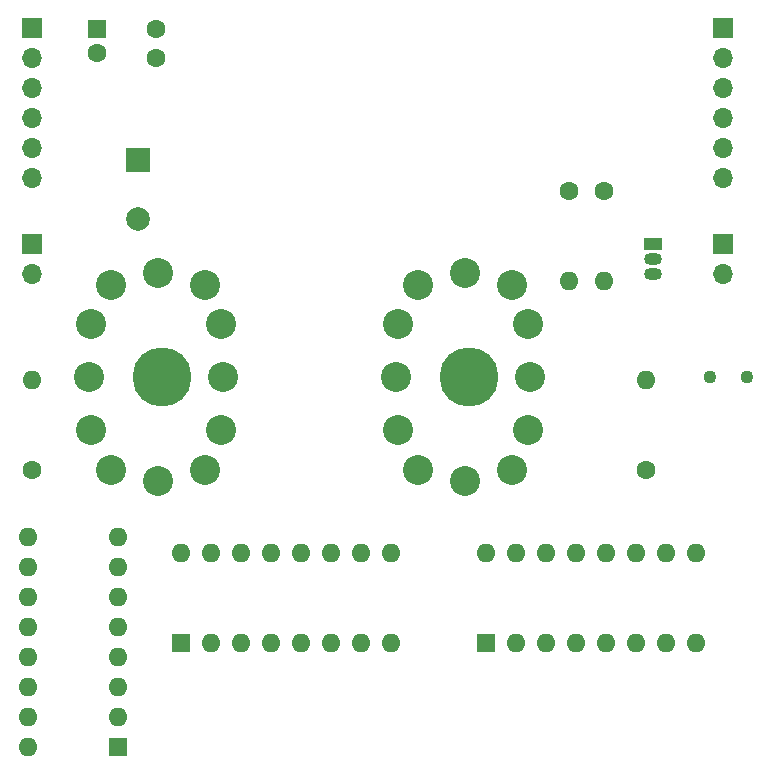
<source format=gbr>
%TF.GenerationSoftware,KiCad,Pcbnew,(6.0.9)*%
%TF.CreationDate,2022-12-23T11:45:05+05:30*%
%TF.ProjectId,IN-12 Panel,494e2d31-3220-4506-916e-656c2e6b6963,1.0*%
%TF.SameCoordinates,Original*%
%TF.FileFunction,Soldermask,Top*%
%TF.FilePolarity,Negative*%
%FSLAX46Y46*%
G04 Gerber Fmt 4.6, Leading zero omitted, Abs format (unit mm)*
G04 Created by KiCad (PCBNEW (6.0.9)) date 2022-12-23 11:45:05*
%MOMM*%
%LPD*%
G01*
G04 APERTURE LIST*
%ADD10C,4.998720*%
%ADD11C,2.540000*%
%ADD12C,1.600000*%
%ADD13O,1.600000X1.600000*%
%ADD14R,1.700000X1.700000*%
%ADD15O,1.700000X1.700000*%
%ADD16R,2.000000X2.000000*%
%ADD17C,2.000000*%
%ADD18R,1.600000X1.600000*%
%ADD19R,1.500000X1.050000*%
%ADD20O,1.500000X1.050000*%
%ADD21C,1.107440*%
G04 APERTURE END LIST*
D10*
%TO.C,N2*%
X158500000Y-90000000D03*
D11*
X158182500Y-81183660D03*
X162180460Y-82184420D03*
X163673980Y-90000000D03*
X163546980Y-94498340D03*
X162180460Y-97815580D03*
X158182500Y-98816340D03*
X154184540Y-97815580D03*
X152500520Y-94498340D03*
X152373520Y-90000000D03*
X152500520Y-85501660D03*
X154184540Y-82184420D03*
X163546980Y-85501660D03*
%TD*%
%TO.C,N1*%
X137546980Y-85501660D03*
X128184540Y-82184420D03*
X126500520Y-85501660D03*
X126373520Y-90000000D03*
X126500520Y-94498340D03*
X128184540Y-97815580D03*
X132182500Y-98816340D03*
X136180460Y-97815580D03*
X137546980Y-94498340D03*
X137673980Y-90000000D03*
X136180460Y-82184420D03*
X132182500Y-81183660D03*
D10*
X132500000Y-90000000D03*
%TD*%
D12*
%TO.C,R3*%
X121500000Y-97810000D03*
D13*
X121500000Y-90190000D03*
%TD*%
D12*
%TO.C,R1*%
X170000000Y-74190000D03*
D13*
X170000000Y-81810000D03*
%TD*%
D14*
%TO.C,J4*%
X121500000Y-60420000D03*
D15*
X121500000Y-62960000D03*
X121500000Y-65500000D03*
X121500000Y-68040000D03*
X121500000Y-70580000D03*
X121500000Y-73120000D03*
%TD*%
D14*
%TO.C,J1*%
X180000000Y-78725000D03*
D15*
X180000000Y-81265000D03*
%TD*%
D14*
%TO.C,J2*%
X121500000Y-78725000D03*
D15*
X121500000Y-81265000D03*
%TD*%
D16*
%TO.C,C1*%
X130500000Y-71632323D03*
D17*
X130500000Y-76632323D03*
%TD*%
D12*
%TO.C,C2*%
X132000000Y-63000000D03*
X132000000Y-60500000D03*
%TD*%
D14*
%TO.C,J3*%
X180000000Y-60460000D03*
D15*
X180000000Y-63000000D03*
X180000000Y-65540000D03*
X180000000Y-68080000D03*
X180000000Y-70620000D03*
X180000000Y-73160000D03*
%TD*%
D12*
%TO.C,R4*%
X173500000Y-97810000D03*
D13*
X173500000Y-90190000D03*
%TD*%
D18*
%TO.C,C3*%
X127000000Y-60544888D03*
D12*
X127000000Y-62544888D03*
%TD*%
%TO.C,R2*%
X167000000Y-74190000D03*
D13*
X167000000Y-81810000D03*
%TD*%
%TO.C,U1*%
X121180000Y-121305000D03*
X121180000Y-118765000D03*
X121180000Y-116225000D03*
X121180000Y-113685000D03*
X121180000Y-111145000D03*
X121180000Y-108605000D03*
X121180000Y-106065000D03*
X121180000Y-103525000D03*
X128800000Y-103525000D03*
X128800000Y-106065000D03*
X128800000Y-108605000D03*
X128800000Y-111145000D03*
X128800000Y-113685000D03*
X128800000Y-116225000D03*
X128800000Y-118765000D03*
D18*
X128800000Y-121305000D03*
%TD*%
D19*
%TO.C,Q1*%
X174140000Y-78730000D03*
D20*
X174140000Y-80000000D03*
X174140000Y-81270000D03*
%TD*%
D21*
%TO.C,N3*%
X182087500Y-90000000D03*
X178912500Y-90000000D03*
%TD*%
D13*
%TO.C,M2*%
X159993839Y-104910000D03*
X162533839Y-104910000D03*
X165073839Y-104910000D03*
X167613839Y-104910000D03*
X170153839Y-104910000D03*
X172693839Y-104910000D03*
X175233839Y-104910000D03*
X177773839Y-104910000D03*
X177773839Y-112530000D03*
X175233839Y-112530000D03*
X172693839Y-112530000D03*
X170153839Y-112530000D03*
X167613839Y-112530000D03*
X165073839Y-112530000D03*
X162533839Y-112530000D03*
D18*
X159993839Y-112530000D03*
%TD*%
D13*
%TO.C,M1*%
X134118839Y-104910000D03*
X136658839Y-104910000D03*
X139198839Y-104910000D03*
X141738839Y-104910000D03*
X144278839Y-104910000D03*
X146818839Y-104910000D03*
X149358839Y-104910000D03*
X151898839Y-104910000D03*
X151898839Y-112530000D03*
X149358839Y-112530000D03*
X146818839Y-112530000D03*
X144278839Y-112530000D03*
X141738839Y-112530000D03*
X139198839Y-112530000D03*
X136658839Y-112530000D03*
D18*
X134118839Y-112530000D03*
%TD*%
M02*

</source>
